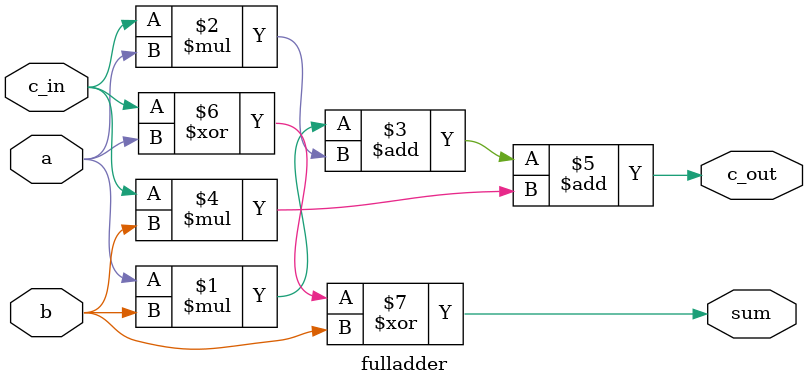
<source format=v>
`timescale 1ns / 1ns // `timescale time_unit/time_precision


//LEDR[0] output display

/*
module mux(LEDR, SW);
    input [9:0] SW;
    output [9:0] LEDR;

    part1 u0(
      .Input[0](SW[0]),
      .Input[1](SW[1]),
		.Input[2](SW[2]),
		.Input[3](SW[3]),
		.Input[4](SW[4]),
		.Input[5](SW[5]),
		.Input[6](SW[6]),
      .MuxSelect[0](SW[7]),
		.MuxSelect[1](SW[8]),
		.MuxSelect[2](SW[9]),
      .Out(LEDR[0])
        );
endmodule
*/

module part2(a, b, c_in, s, c_out);
    input [3:0] a;
	input [3:0] b;
    input c_in;
    output c_out;
	output [3:0] s;
    wire c1, c2, c3;

    fulladder u0(a[0], b[0], c_in, s[0], c1);
	fulladder u1(a[1], b[1], c1, s[1], c2);
	fulladder u2(a[2], b[2], c2, s[2], c3);
	fulladder u3(a[3], b[3], c3, s[3], c_out);

endmodule

module fulladder(a,b,c_in,sum,c_out);
	input a,b,c_in;
    output c_out, sum;
	//output reg c_out,sum;
	
	assign c_out = a * b + c_in * a + c_in * b;
	assign sum = c_in ^ a ^ b;
    /*
	always @(*)
	begin
		case (a+b+c_in) // start case statement
			2'b00: c_out = 0, sum = 0; // case 0
			2'b01: c_out = 0, sum = 1; // case 1
			2'b10: c_out = 1, sum = 0; // case 2
			2'b11: c_out = 1, sum = 1; // case 3
			default: Out = 2'b00;
		endcase
	end
	*/
endmodule
</source>
